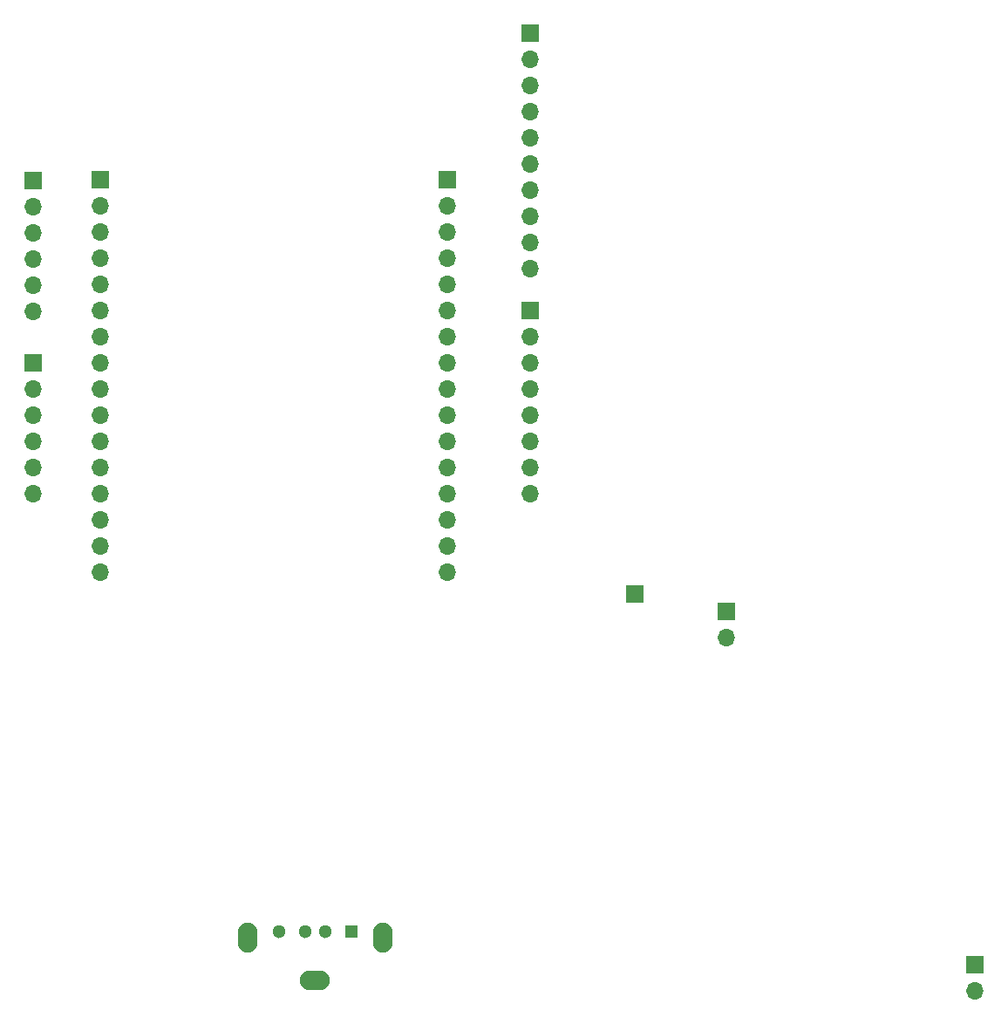
<source format=gbr>
%TF.GenerationSoftware,KiCad,Pcbnew,(6.0.10)*%
%TF.CreationDate,2023-04-05T21:14:25-05:00*%
%TF.ProjectId,445,3434352e-6b69-4636-9164-5f7063625858,rev?*%
%TF.SameCoordinates,Original*%
%TF.FileFunction,Soldermask,Bot*%
%TF.FilePolarity,Negative*%
%FSLAX46Y46*%
G04 Gerber Fmt 4.6, Leading zero omitted, Abs format (unit mm)*
G04 Created by KiCad (PCBNEW (6.0.10)) date 2023-04-05 21:14:25*
%MOMM*%
%LPD*%
G01*
G04 APERTURE LIST*
%ADD10R,1.700000X1.700000*%
%ADD11O,1.700000X1.700000*%
%ADD12R,1.300000X1.300000*%
%ADD13C,1.300000*%
%ADD14O,1.900000X2.900000*%
%ADD15O,2.900000X1.900000*%
G04 APERTURE END LIST*
D10*
%TO.C,J5*%
X213160000Y-141500000D03*
D11*
X213160000Y-144040000D03*
%TD*%
D10*
%TO.C,J6*%
X188976000Y-107188000D03*
D11*
X188976000Y-109728000D03*
%TD*%
D12*
%TO.C,J14*%
X152578000Y-138262000D03*
D13*
X150078000Y-138262000D03*
X148078000Y-138262000D03*
X145578000Y-138262000D03*
D14*
X142508000Y-138862000D03*
D15*
X149078000Y-143042000D03*
D14*
X155648000Y-138862000D03*
%TD*%
D10*
%TO.C,J15*%
X128240000Y-65310000D03*
D11*
X128240000Y-67850000D03*
X128240000Y-70390000D03*
X128240000Y-72930000D03*
X128240000Y-75470000D03*
X128240000Y-78010000D03*
X128240000Y-80550000D03*
X128240000Y-83090000D03*
X128240000Y-85630000D03*
X128240000Y-88170000D03*
X128240000Y-90710000D03*
X128240000Y-93250000D03*
X128240000Y-95790000D03*
X128240000Y-98330000D03*
X128240000Y-100870000D03*
X128240000Y-103410000D03*
%TD*%
D10*
%TO.C,J16*%
X161880000Y-65280000D03*
D11*
X161880000Y-67820000D03*
X161880000Y-70360000D03*
X161880000Y-72900000D03*
X161880000Y-75440000D03*
X161880000Y-77980000D03*
X161880000Y-80520000D03*
X161880000Y-83060000D03*
X161880000Y-85600000D03*
X161880000Y-88140000D03*
X161880000Y-90680000D03*
X161880000Y-93220000D03*
X161880000Y-95760000D03*
X161880000Y-98300000D03*
X161880000Y-100840000D03*
X161880000Y-103380000D03*
%TD*%
D10*
%TO.C,J7*%
X180140000Y-105530000D03*
%TD*%
%TO.C,J3*%
X169926000Y-51059000D03*
D11*
X169926000Y-53599000D03*
X169926000Y-56139000D03*
X169926000Y-58679000D03*
X169926000Y-61219000D03*
X169926000Y-63759000D03*
X169926000Y-66299000D03*
X169926000Y-68839000D03*
X169926000Y-71379000D03*
X169926000Y-73919000D03*
%TD*%
D10*
%TO.C,J1*%
X121666000Y-65405000D03*
D11*
X121666000Y-67945000D03*
X121666000Y-70485000D03*
X121666000Y-73025000D03*
X121666000Y-75565000D03*
X121666000Y-78105000D03*
%TD*%
D10*
%TO.C,J2*%
X121666000Y-83058000D03*
D11*
X121666000Y-85598000D03*
X121666000Y-88138000D03*
X121666000Y-90678000D03*
X121666000Y-93218000D03*
X121666000Y-95758000D03*
%TD*%
D10*
%TO.C,J4*%
X169926000Y-77993000D03*
D11*
X169926000Y-80533000D03*
X169926000Y-83073000D03*
X169926000Y-85613000D03*
X169926000Y-88153000D03*
X169926000Y-90693000D03*
X169926000Y-93233000D03*
X169926000Y-95773000D03*
%TD*%
M02*

</source>
